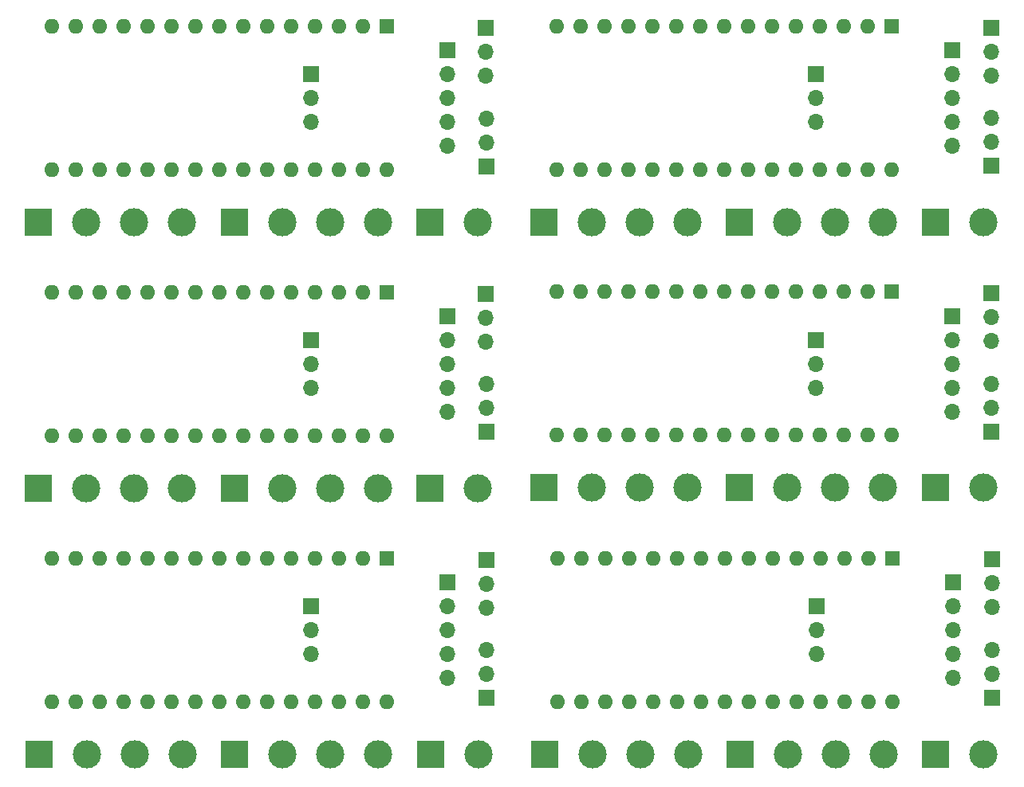
<source format=gbr>
%TF.GenerationSoftware,KiCad,Pcbnew,(6.0.0)*%
%TF.CreationDate,2022-10-01T22:44:24+02:00*%
%TF.ProjectId,012-Amesis-ColdSartE85,3031322d-416d-4657-9369-732d436f6c64,v0.01_Golf 1.6L 16v *%
%TF.SameCoordinates,Original*%
%TF.FileFunction,Soldermask,Top*%
%TF.FilePolarity,Negative*%
%FSLAX46Y46*%
G04 Gerber Fmt 4.6, Leading zero omitted, Abs format (unit mm)*
G04 Created by KiCad (PCBNEW (6.0.0)) date 2022-10-01 22:44:24*
%MOMM*%
%LPD*%
G01*
G04 APERTURE LIST*
%ADD10R,1.700000X1.700000*%
%ADD11O,1.700000X1.700000*%
%ADD12R,1.600000X1.600000*%
%ADD13O,1.600000X1.600000*%
%ADD14R,3.000000X3.000000*%
%ADD15C,3.000000*%
G04 APERTURE END LIST*
D10*
%TO.C,Jumpers_Option1*%
X140263800Y-74289600D03*
D11*
X140263800Y-76829600D03*
X140263800Y-79369600D03*
%TD*%
D12*
%TO.C,A1*%
X129697400Y-74132200D03*
D13*
X127157400Y-74132200D03*
X124617400Y-74132200D03*
X122077400Y-74132200D03*
X119537400Y-74132200D03*
X116997400Y-74132200D03*
X114457400Y-74132200D03*
X111917400Y-74132200D03*
X109377400Y-74132200D03*
X106837400Y-74132200D03*
X104297400Y-74132200D03*
X101757400Y-74132200D03*
X99217400Y-74132200D03*
X96677400Y-74132200D03*
X94137400Y-74132200D03*
X94137400Y-89372200D03*
X96677400Y-89372200D03*
X99217400Y-89372200D03*
X101757400Y-89372200D03*
X104297400Y-89372200D03*
X106837400Y-89372200D03*
X109377400Y-89372200D03*
X111917400Y-89372200D03*
X114457400Y-89372200D03*
X116997400Y-89372200D03*
X119537400Y-89372200D03*
X122077400Y-89372200D03*
X124617400Y-89372200D03*
X127157400Y-89372200D03*
X129697400Y-89372200D03*
%TD*%
D14*
%TO.C,G2/G62_InPut_IAT1*%
X92765800Y-94950200D03*
D15*
X97845800Y-94950200D03*
X102925800Y-94950200D03*
X108005800Y-94950200D03*
%TD*%
D10*
%TO.C,J3*%
X121671000Y-79253000D03*
D11*
X121671000Y-81793000D03*
X121671000Y-84333000D03*
%TD*%
D10*
%TO.C,J2*%
X136149000Y-76713000D03*
D11*
X136149000Y-79253000D03*
X136149000Y-81793000D03*
X136149000Y-84333000D03*
X136149000Y-86873000D03*
%TD*%
D14*
%TO.C,G2/G62_OutPut_IAT1*%
X113543000Y-94950200D03*
D15*
X118623000Y-94950200D03*
X123703000Y-94950200D03*
X128783000Y-94950200D03*
%TD*%
D14*
%TO.C,J1*%
X134320200Y-94950200D03*
D15*
X139400200Y-94950200D03*
%TD*%
D10*
%TO.C,J3*%
X121620200Y-50957400D03*
D11*
X121620200Y-53497400D03*
X121620200Y-56037400D03*
%TD*%
D14*
%TO.C,G2/G62_InPut_IAT1*%
X92710000Y-38404800D03*
D15*
X97790000Y-38404800D03*
X102870000Y-38404800D03*
X107950000Y-38404800D03*
%TD*%
D10*
%TO.C,J2*%
X136093200Y-20167600D03*
D11*
X136093200Y-22707600D03*
X136093200Y-25247600D03*
X136093200Y-27787600D03*
X136093200Y-30327600D03*
%TD*%
D10*
%TO.C,IAT_Interne1*%
X140288800Y-88991600D03*
D11*
X140288800Y-86451600D03*
X140288800Y-83911600D03*
%TD*%
D10*
%TO.C,J2*%
X136098200Y-48417400D03*
D11*
X136098200Y-50957400D03*
X136098200Y-53497400D03*
X136098200Y-56037400D03*
X136098200Y-58577400D03*
%TD*%
D10*
%TO.C,J3*%
X121615200Y-22707600D03*
D11*
X121615200Y-25247600D03*
X121615200Y-27787600D03*
%TD*%
D10*
%TO.C,Jumpers_Option1*%
X140208000Y-17744200D03*
D11*
X140208000Y-20284200D03*
X140208000Y-22824200D03*
%TD*%
D12*
%TO.C,A1*%
X129641600Y-17586800D03*
D13*
X127101600Y-17586800D03*
X124561600Y-17586800D03*
X122021600Y-17586800D03*
X119481600Y-17586800D03*
X116941600Y-17586800D03*
X114401600Y-17586800D03*
X111861600Y-17586800D03*
X109321600Y-17586800D03*
X106781600Y-17586800D03*
X104241600Y-17586800D03*
X101701600Y-17586800D03*
X99161600Y-17586800D03*
X96621600Y-17586800D03*
X94081600Y-17586800D03*
X94081600Y-32826800D03*
X96621600Y-32826800D03*
X99161600Y-32826800D03*
X101701600Y-32826800D03*
X104241600Y-32826800D03*
X106781600Y-32826800D03*
X109321600Y-32826800D03*
X111861600Y-32826800D03*
X114401600Y-32826800D03*
X116941600Y-32826800D03*
X119481600Y-32826800D03*
X122021600Y-32826800D03*
X124561600Y-32826800D03*
X127101600Y-32826800D03*
X129641600Y-32826800D03*
%TD*%
D14*
%TO.C,J1*%
X134264400Y-38404800D03*
D15*
X139344400Y-38404800D03*
%TD*%
D14*
%TO.C,G2/G62_OutPut_IAT1*%
X113492200Y-66654600D03*
D15*
X118572200Y-66654600D03*
X123652200Y-66654600D03*
X128732200Y-66654600D03*
%TD*%
D10*
%TO.C,IAT_Interne1*%
X140238000Y-60696000D03*
D11*
X140238000Y-58156000D03*
X140238000Y-55616000D03*
%TD*%
D10*
%TO.C,IAT_Interne1*%
X140233000Y-32446200D03*
D11*
X140233000Y-29906200D03*
X140233000Y-27366200D03*
%TD*%
D10*
%TO.C,Jumpers_Option1*%
X140213000Y-45994000D03*
D11*
X140213000Y-48534000D03*
X140213000Y-51074000D03*
%TD*%
D14*
%TO.C,G2/G62_OutPut_IAT1*%
X113487200Y-38404800D03*
D15*
X118567200Y-38404800D03*
X123647200Y-38404800D03*
X128727200Y-38404800D03*
%TD*%
D12*
%TO.C,A1*%
X129646600Y-45836600D03*
D13*
X127106600Y-45836600D03*
X124566600Y-45836600D03*
X122026600Y-45836600D03*
X119486600Y-45836600D03*
X116946600Y-45836600D03*
X114406600Y-45836600D03*
X111866600Y-45836600D03*
X109326600Y-45836600D03*
X106786600Y-45836600D03*
X104246600Y-45836600D03*
X101706600Y-45836600D03*
X99166600Y-45836600D03*
X96626600Y-45836600D03*
X94086600Y-45836600D03*
X94086600Y-61076600D03*
X96626600Y-61076600D03*
X99166600Y-61076600D03*
X101706600Y-61076600D03*
X104246600Y-61076600D03*
X106786600Y-61076600D03*
X109326600Y-61076600D03*
X111866600Y-61076600D03*
X114406600Y-61076600D03*
X116946600Y-61076600D03*
X119486600Y-61076600D03*
X122026600Y-61076600D03*
X124566600Y-61076600D03*
X127106600Y-61076600D03*
X129646600Y-61076600D03*
%TD*%
D14*
%TO.C,J1*%
X134269400Y-66654600D03*
D15*
X139349400Y-66654600D03*
%TD*%
D14*
%TO.C,G2/G62_InPut_IAT1*%
X92715000Y-66654600D03*
D15*
X97795000Y-66654600D03*
X102875000Y-66654600D03*
X107955000Y-66654600D03*
%TD*%
D10*
%TO.C,J3*%
X175310800Y-79233900D03*
D11*
X175310800Y-81773900D03*
X175310800Y-84313900D03*
%TD*%
D10*
%TO.C,J2*%
X189788800Y-76693900D03*
D11*
X189788800Y-79233900D03*
X189788800Y-81773900D03*
X189788800Y-84313900D03*
X189788800Y-86853900D03*
%TD*%
D14*
%TO.C,G2/G62_OutPut_IAT1*%
X167182800Y-94931100D03*
D15*
X172262800Y-94931100D03*
X177342800Y-94931100D03*
X182422800Y-94931100D03*
%TD*%
D10*
%TO.C,IAT_Interne1*%
X193928600Y-88972500D03*
D11*
X193928600Y-86432500D03*
X193928600Y-83892500D03*
%TD*%
D10*
%TO.C,Jumpers_Option1*%
X193903600Y-74270500D03*
D11*
X193903600Y-76810500D03*
X193903600Y-79350500D03*
%TD*%
D12*
%TO.C,A1*%
X183337200Y-74113100D03*
D13*
X180797200Y-74113100D03*
X178257200Y-74113100D03*
X175717200Y-74113100D03*
X173177200Y-74113100D03*
X170637200Y-74113100D03*
X168097200Y-74113100D03*
X165557200Y-74113100D03*
X163017200Y-74113100D03*
X160477200Y-74113100D03*
X157937200Y-74113100D03*
X155397200Y-74113100D03*
X152857200Y-74113100D03*
X150317200Y-74113100D03*
X147777200Y-74113100D03*
X147777200Y-89353100D03*
X150317200Y-89353100D03*
X152857200Y-89353100D03*
X155397200Y-89353100D03*
X157937200Y-89353100D03*
X160477200Y-89353100D03*
X163017200Y-89353100D03*
X165557200Y-89353100D03*
X168097200Y-89353100D03*
X170637200Y-89353100D03*
X173177200Y-89353100D03*
X175717200Y-89353100D03*
X178257200Y-89353100D03*
X180797200Y-89353100D03*
X183337200Y-89353100D03*
%TD*%
D14*
%TO.C,J1*%
X187960000Y-94931100D03*
D15*
X193040000Y-94931100D03*
%TD*%
D14*
%TO.C,G2/G62_InPut_IAT1*%
X146405600Y-94931100D03*
D15*
X151485600Y-94931100D03*
X156565600Y-94931100D03*
X161645600Y-94931100D03*
%TD*%
D12*
%TO.C,A1*%
X183281400Y-17567700D03*
D13*
X180741400Y-17567700D03*
X178201400Y-17567700D03*
X175661400Y-17567700D03*
X173121400Y-17567700D03*
X170581400Y-17567700D03*
X168041400Y-17567700D03*
X165501400Y-17567700D03*
X162961400Y-17567700D03*
X160421400Y-17567700D03*
X157881400Y-17567700D03*
X155341400Y-17567700D03*
X152801400Y-17567700D03*
X150261400Y-17567700D03*
X147721400Y-17567700D03*
X147721400Y-32807700D03*
X150261400Y-32807700D03*
X152801400Y-32807700D03*
X155341400Y-32807700D03*
X157881400Y-32807700D03*
X160421400Y-32807700D03*
X162961400Y-32807700D03*
X165501400Y-32807700D03*
X168041400Y-32807700D03*
X170581400Y-32807700D03*
X173121400Y-32807700D03*
X175661400Y-32807700D03*
X178201400Y-32807700D03*
X180741400Y-32807700D03*
X183281400Y-32807700D03*
%TD*%
D14*
%TO.C,G2/G62_OutPut_IAT1*%
X167132000Y-66635500D03*
D15*
X172212000Y-66635500D03*
X177292000Y-66635500D03*
X182372000Y-66635500D03*
%TD*%
D14*
%TO.C,J1*%
X187904200Y-38385700D03*
D15*
X192984200Y-38385700D03*
%TD*%
D10*
%TO.C,IAT_Interne1*%
X193877800Y-60676900D03*
D11*
X193877800Y-58136900D03*
X193877800Y-55596900D03*
%TD*%
D10*
%TO.C,Jumpers_Option1*%
X193847800Y-17725100D03*
D11*
X193847800Y-20265100D03*
X193847800Y-22805100D03*
%TD*%
D14*
%TO.C,G2/G62_InPut_IAT1*%
X146354800Y-66635500D03*
D15*
X151434800Y-66635500D03*
X156514800Y-66635500D03*
X161594800Y-66635500D03*
%TD*%
D14*
%TO.C,G2/G62_OutPut_IAT1*%
X167127000Y-38385700D03*
D15*
X172207000Y-38385700D03*
X177287000Y-38385700D03*
X182367000Y-38385700D03*
%TD*%
D14*
%TO.C,J1*%
X187909200Y-66635500D03*
D15*
X192989200Y-66635500D03*
%TD*%
D12*
%TO.C,A1*%
X183286400Y-45817500D03*
D13*
X180746400Y-45817500D03*
X178206400Y-45817500D03*
X175666400Y-45817500D03*
X173126400Y-45817500D03*
X170586400Y-45817500D03*
X168046400Y-45817500D03*
X165506400Y-45817500D03*
X162966400Y-45817500D03*
X160426400Y-45817500D03*
X157886400Y-45817500D03*
X155346400Y-45817500D03*
X152806400Y-45817500D03*
X150266400Y-45817500D03*
X147726400Y-45817500D03*
X147726400Y-61057500D03*
X150266400Y-61057500D03*
X152806400Y-61057500D03*
X155346400Y-61057500D03*
X157886400Y-61057500D03*
X160426400Y-61057500D03*
X162966400Y-61057500D03*
X165506400Y-61057500D03*
X168046400Y-61057500D03*
X170586400Y-61057500D03*
X173126400Y-61057500D03*
X175666400Y-61057500D03*
X178206400Y-61057500D03*
X180746400Y-61057500D03*
X183286400Y-61057500D03*
%TD*%
D10*
%TO.C,Jumpers_Option1*%
X193852800Y-45974900D03*
D11*
X193852800Y-48514900D03*
X193852800Y-51054900D03*
%TD*%
D10*
%TO.C,IAT_Interne1*%
X193872800Y-32427100D03*
D11*
X193872800Y-29887100D03*
X193872800Y-27347100D03*
%TD*%
D14*
%TO.C,G2/G62_InPut_IAT1*%
X146349800Y-38385700D03*
D15*
X151429800Y-38385700D03*
X156509800Y-38385700D03*
X161589800Y-38385700D03*
%TD*%
D10*
%TO.C,J2*%
X189733000Y-20148500D03*
D11*
X189733000Y-22688500D03*
X189733000Y-25228500D03*
X189733000Y-27768500D03*
X189733000Y-30308500D03*
%TD*%
D10*
%TO.C,J3*%
X175260000Y-50938300D03*
D11*
X175260000Y-53478300D03*
X175260000Y-56018300D03*
%TD*%
D10*
%TO.C,J3*%
X175255000Y-22688500D03*
D11*
X175255000Y-25228500D03*
X175255000Y-27768500D03*
%TD*%
D10*
%TO.C,J2*%
X189738000Y-48398300D03*
D11*
X189738000Y-50938300D03*
X189738000Y-53478300D03*
X189738000Y-56018300D03*
X189738000Y-58558300D03*
%TD*%
M02*

</source>
